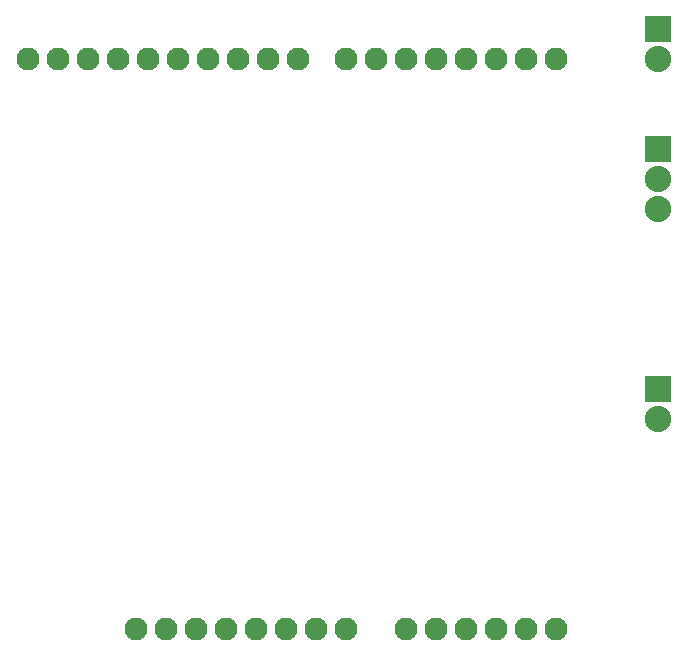
<source format=gbs>
G04 MADE WITH FRITZING*
G04 WWW.FRITZING.ORG*
G04 DOUBLE SIDED*
G04 HOLES PLATED*
G04 CONTOUR ON CENTER OF CONTOUR VECTOR*
%ASAXBY*%
%FSLAX23Y23*%
%MOIN*%
%OFA0B0*%
%SFA1.0B1.0*%
%ADD10C,0.076194*%
%ADD11C,0.076222*%
%ADD12C,0.088000*%
%ADD13R,0.088000X0.088000*%
%LNMASK0*%
G90*
G70*
G54D10*
X2071Y178D03*
X2171Y178D03*
X2271Y178D03*
X2371Y178D03*
X2471Y178D03*
G54D11*
X1611Y2078D03*
X1511Y2078D03*
X1411Y2078D03*
X1311Y2078D03*
X1211Y2078D03*
X1111Y2078D03*
X1011Y2078D03*
X911Y2078D03*
X811Y2078D03*
X711Y2078D03*
X2471Y2078D03*
X2371Y2078D03*
X2271Y2078D03*
X2171Y2078D03*
X2071Y2078D03*
X1971Y2078D03*
X1871Y2078D03*
X1771Y2078D03*
G54D10*
X1171Y178D03*
X1071Y178D03*
X1271Y178D03*
X1371Y178D03*
X1471Y178D03*
X1571Y178D03*
X1671Y178D03*
X1771Y178D03*
X1971Y178D03*
G54D12*
X2811Y2178D03*
X2811Y2078D03*
X2811Y1778D03*
X2811Y1678D03*
X2811Y1578D03*
X2811Y978D03*
X2811Y878D03*
G54D13*
X2811Y2178D03*
X2811Y1778D03*
X2811Y978D03*
G04 End of Mask0*
M02*
</source>
